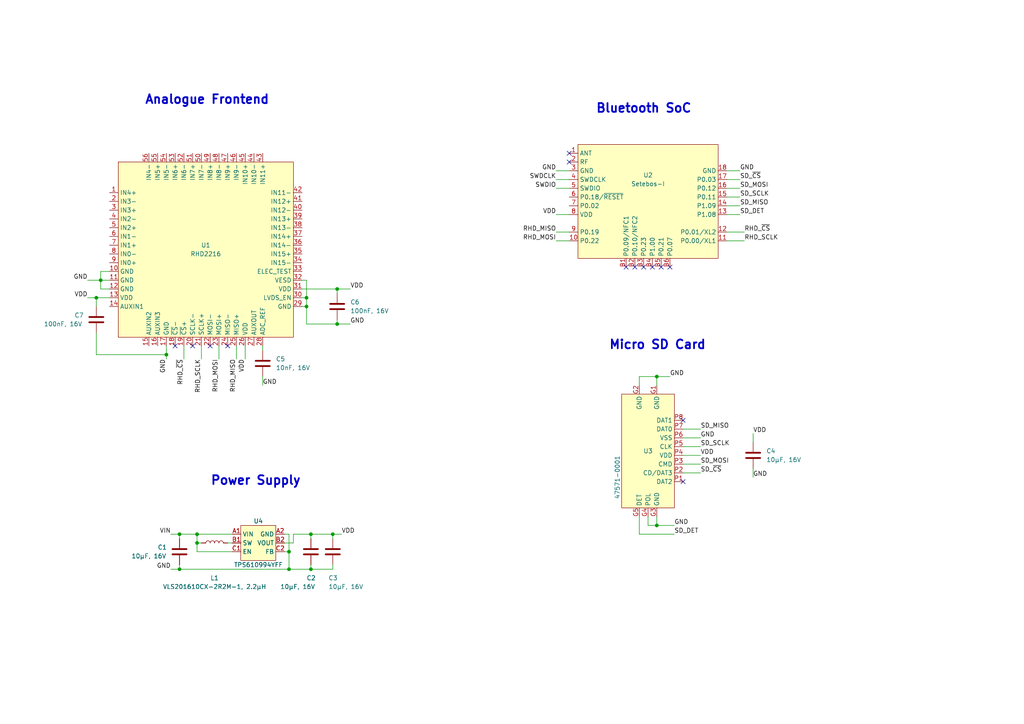
<source format=kicad_sch>
(kicad_sch (version 20230121) (generator eeschema)
  (paper "A4")
  (lib_symbols
    (symbol "Device:C" (pin_numbers hide) (pin_names (offset 0.254))
      (property "Reference" "C" (at 0.635 2.54 0))
      (property "Value" "C" (at 0.635 -2.54 0))
      (symbol "C_0_1"
        (polyline (pts (xy -2.032 -0.762) (xy 2.032 -0.762)) (stroke (width 0.508)))
        (polyline (pts (xy -2.032 0.762) (xy 2.032 0.762)) (stroke (width 0.508)))
      )
      (symbol "C_1_1"
        (pin passive line (at 0 3.81 270) (length 2.794) (name "~") (number "1"))
        (pin passive line (at 0 -3.81 90) (length 2.794) (name "~") (number "2"))
      )
    )
    (symbol "Device:L" (pin_numbers hide) (pin_names (offset 1.016) hide)
      (property "Reference" "L" (at -1.27 0 90))
      (property "Value" "L" (at 1.905 0 90))
      (symbol "L_0_1"
        (arc (start 0 -2.54) (mid 0.6323 -1.905) (end 0 -1.27))
        (arc (start 0 -1.27) (mid 0.6323 -0.635) (end 0 0))
        (arc (start 0 0) (mid 0.6323 0.635) (end 0 1.27))
        (arc (start 0 1.27) (mid 0.6323 1.905) (end 0 2.54))
      )
      (symbol "L_1_1"
        (pin passive line (at 0 3.81 270) (length 1.27) (name "1") (number "1"))
        (pin passive line (at 0 -3.81 90) (length 1.27) (name "2") (number "2"))
      )
    )
    (symbol "intan:RHD2216"
      (property "Reference" "U" (at 0 1.27 0))
      (property "Value" "RHD2216" (at 0 -1.27 0))
      (symbol "RHD2216_1_0"
        (pin power_in line (at -27.94 -6.35 0) (length 2.54) (name "GND") (number "10"))
        (pin power_in line (at -27.94 -8.89 0) (length 2.54) (name "GND") (number "11"))
        (pin power_in line (at -27.94 -11.43 0) (length 2.54) (name "GND") (number "12"))
        (pin power_in line (at -27.94 -13.97 0) (length 2.54) (name "VDD") (number "13"))
        (pin input line (at -27.94 -16.51 0) (length 2.54) (name "AUXIN1") (number "14"))
        (pin input line (at -16.51 -27.94 90) (length 2.54) (name "AUXIN2") (number "15"))
        (pin input line (at -13.97 -27.94 90) (length 2.54) (name "AUXIN3") (number "16"))
        (pin power_in line (at -11.43 -27.94 90) (length 2.54) (name "GND") (number "17"))
        (pin input line (at -8.89 -27.94 90) (length 2.54) (name "~{CS}-") (number "18"))
        (pin input line (at -6.35 -27.94 90) (length 2.54) (name "~{CS}+") (number "19"))
        (pin input line (at -3.81 -27.94 90) (length 2.54) (name "SCLK-") (number "20"))
        (pin input line (at -1.27 -27.94 90) (length 2.54) (name "SCLK+") (number "21"))
        (pin input line (at 1.27 -27.94 90) (length 2.54) (name "MOSI-") (number "22"))
        (pin input line (at 3.81 -27.94 90) (length 2.54) (name "MOSI+") (number "23"))
        (pin output line (at 6.35 -27.94 90) (length 2.54) (name "MISO-") (number "24"))
        (pin output line (at 8.89 -27.94 90) (length 2.54) (name "MISO+") (number "25"))
        (pin power_in line (at 11.43 -27.94 90) (length 2.54) (name "VDD") (number "26"))
        (pin output line (at 13.97 -27.94 90) (length 2.54) (name "AUXOUT") (number "27"))
        (pin input line (at 16.51 -27.94 90) (length 2.54) (name "ADC_REF") (number "28"))
        (pin power_in line (at 27.94 -16.51 180) (length 2.54) (name "GND") (number "29"))
        (pin input line (at -27.94 11.43 0) (length 2.54) (name "IN3+") (number "3"))
        (pin input line (at 27.94 -13.97 180) (length 2.54) (name "LVDS_EN") (number "30"))
        (pin power_in line (at 27.94 -11.43 180) (length 2.54) (name "VDD") (number "31"))
        (pin input line (at 27.94 -8.89 180) (length 2.54) (name "VESD") (number "32"))
        (pin input line (at 27.94 -6.35 180) (length 2.54) (name "ELEC_TEST") (number "33"))
        (pin input line (at 27.94 -3.81 180) (length 2.54) (name "IN15-") (number "34"))
        (pin input line (at 27.94 -1.27 180) (length 2.54) (name "IN15+") (number "35"))
        (pin input line (at 27.94 1.27 180) (length 2.54) (name "IN14-") (number "36"))
        (pin input line (at 27.94 3.81 180) (length 2.54) (name "IN14+") (number "37"))
        (pin input line (at 27.94 6.35 180) (length 2.54) (name "IN13-") (number "38"))
        (pin input line (at 27.94 8.89 180) (length 2.54) (name "IN13+") (number "39"))
        (pin input line (at -27.94 8.89 0) (length 2.54) (name "IN2-") (number "4"))
        (pin input line (at 27.94 11.43 180) (length 2.54) (name "IN12-") (number "40"))
        (pin input line (at 27.94 13.97 180) (length 2.54) (name "IN12+") (number "41"))
        (pin input line (at 27.94 16.51 180) (length 2.54) (name "IN11-") (number "42"))
        (pin input line (at 16.51 27.94 270) (length 2.54) (name "IN11+") (number "43"))
        (pin input line (at 13.97 27.94 270) (length 2.54) (name "IN10-") (number "44"))
        (pin input line (at 11.43 27.94 270) (length 2.54) (name "IN10+") (number "45"))
        (pin input line (at 8.89 27.94 270) (length 2.54) (name "IN9-") (number "46"))
        (pin input line (at 6.35 27.94 270) (length 2.54) (name "IN9+") (number "47"))
        (pin input line (at 3.81 27.94 270) (length 2.54) (name "IN8-") (number "48"))
        (pin input line (at 1.27 27.94 270) (length 2.54) (name "IN8+") (number "49"))
        (pin input line (at -27.94 6.35 0) (length 2.54) (name "IN2+") (number "5"))
        (pin input line (at -1.27 27.94 270) (length 2.54) (name "IN7-") (number "50"))
        (pin input line (at -3.81 27.94 270) (length 2.54) (name "IN7+") (number "51"))
        (pin input line (at -6.35 27.94 270) (length 2.54) (name "IN6-") (number "52"))
        (pin input line (at -8.89 27.94 270) (length 2.54) (name "IN6+") (number "53"))
        (pin input line (at -11.43 27.94 270) (length 2.54) (name "IN5-") (number "54"))
        (pin input line (at -13.97 27.94 270) (length 2.54) (name "IN5+") (number "55"))
        (pin input line (at -16.51 27.94 270) (length 2.54) (name "IN4-") (number "56"))
        (pin input line (at -27.94 3.81 0) (length 2.54) (name "IN1-") (number "6"))
        (pin input line (at -27.94 1.27 0) (length 2.54) (name "IN1+") (number "7"))
        (pin input line (at -27.94 -1.27 0) (length 2.54) (name "IN0-") (number "8"))
        (pin input line (at -27.94 -3.81 0) (length 2.54) (name "IN0+") (number "9"))
      )
      (symbol "RHD2216_1_1"
        (rectangle (start -25.4 25.4) (end 25.4 -25.4) (fill (type background)))
        (pin input line (at -27.94 16.51 0) (length 2.54) (name "IN4+") (number "1"))
        (pin input line (at -27.94 13.97 0) (length 2.54) (name "IN3-") (number "2"))
      )
    )
    (symbol "sd:475710001"
      (property "Reference" "U" (at -8.89 8.89 90))
      (property "Value" "47571-0001" (at -8.89 -7.62 90))
      (symbol "475710001_0_0"
        (pin unspecified line (at 2.54 19.05 270) (length 2.54) (name "GND") (number "G1"))
        (pin unspecified line (at -2.54 19.05 270) (length 2.54) (name "GND") (number "G2"))
        (pin unspecified line (at 2.54 -19.05 90) (length 2.54) (name "GND") (number "G3"))
        (pin unspecified line (at 0 -19.05 90) (length 2.54) (name "POL") (number "G4"))
        (pin unspecified line (at -2.54 -19.05 90) (length 2.54) (name "DET") (number "G5"))
        (pin unspecified line (at 10.16 -8.89 180) (length 2.54) (name "DAT2") (number "P1"))
        (pin unspecified line (at 10.16 -6.35 180) (length 2.54) (name "CD/DAT3") (number "P2"))
        (pin unspecified line (at 10.16 -3.81 180) (length 2.54) (name "CMD") (number "P3"))
        (pin unspecified line (at 10.16 -1.27 180) (length 2.54) (name "VDD") (number "P4"))
        (pin unspecified line (at 10.16 1.27 180) (length 2.54) (name "CLK") (number "P5"))
        (pin unspecified line (at 10.16 3.81 180) (length 2.54) (name "VSS") (number "P6"))
        (pin unspecified line (at 10.16 6.35 180) (length 2.54) (name "DAT0") (number "P7"))
        (pin unspecified line (at 10.16 8.89 180) (length 2.54) (name "DAT1") (number "P8"))
      )
      (symbol "475710001_1_1"
        (rectangle (start -7.62 16.51) (end 7.62 -16.51) (fill (type background)))
      )
    )
    (symbol "setebos:setebos"
      (property "Reference" "U" (at 0 5.08 0))
      (property "Value" "Setebos-I" (at 0 2.54 0))
      (symbol "setebos_1_0"
        (pin bidirectional line (at -22.86 -13.97 0) (length 2.54) (name "P0.22") (number "10"))
        (pin bidirectional line (at 22.86 -13.97 180) (length 2.54) (name "P0.00/XL1") (number "11"))
        (pin bidirectional line (at 22.86 -11.43 180) (length 2.54) (name "P0.01/XL2") (number "12"))
        (pin bidirectional line (at 22.86 -6.35 180) (length 2.54) (name "P1.08") (number "13"))
        (pin bidirectional line (at 22.86 -3.81 180) (length 2.54) (name "P1.09") (number "14"))
        (pin bidirectional line (at 22.86 -1.27 180) (length 2.54) (name "P0.11") (number "15"))
        (pin bidirectional line (at 22.86 1.27 180) (length 2.54) (name "P0.12") (number "16"))
        (pin bidirectional line (at 22.86 3.81 180) (length 2.54) (name "P0.03") (number "17"))
        (pin power_in line (at 22.86 6.35 180) (length 2.54) (name "GND") (number "18"))
        (pin output line (at -22.86 8.89 0) (length 2.54) (name "RF") (number "2"))
        (pin power_in line (at -22.86 6.35 0) (length 2.54) (name "GND") (number "3"))
        (pin input line (at -22.86 3.81 0) (length 2.54) (name "SWDCLK") (number "4"))
        (pin input line (at -22.86 1.27 0) (length 2.54) (name "SWDIO") (number "5"))
        (pin bidirectional line (at -22.86 -1.27 0) (length 2.54) (name "P0.18/~{RESET}") (number "6"))
        (pin bidirectional line (at -22.86 -3.81 0) (length 2.54) (name "P0.02") (number "7"))
        (pin power_in line (at -22.86 -6.35 0) (length 2.54) (name "VDD") (number "8"))
        (pin bidirectional line (at -22.86 -11.43 0) (length 2.54) (name "P0.19") (number "9"))
        (pin bidirectional line (at -6.35 -21.59 90) (length 2.54) (name "P0.09/NFC1") (number "B1"))
        (pin bidirectional line (at -3.81 -21.59 90) (length 2.54) (name "P0.10/NFC2") (number "B2"))
        (pin bidirectional line (at -1.27 -21.59 90) (length 2.54) (name "P0.23") (number "B3"))
        (pin bidirectional line (at 1.27 -21.59 90) (length 2.54) (name "P1.00") (number "B4"))
        (pin bidirectional line (at 3.81 -21.59 90) (length 2.54) (name "P0.21") (number "B5"))
        (pin bidirectional line (at 6.35 -21.59 90) (length 2.54) (name "P0.07") (number "B6"))
      )
      (symbol "setebos_1_1"
        (rectangle (start -20.32 13.97) (end 20.32 -19.05) (fill (type background)))
        (pin output line (at -22.86 11.43 0) (length 2.54) (name "ANT") (number "1"))
      )
    )
    (symbol "tps61099:TPS61099"
      (property "Reference" "U" (at 0 6.35 0))
      (property "Value" "TPS61099" (at 0 -6.35 0))
      (symbol "TPS61099_0_0"
        (pin unspecified line (at -7.62 2.54 0) (length 2.54) (name "VIN") (number "A1"))
        (pin unspecified line (at 7.62 2.54 180) (length 2.54) (name "GND") (number "A2"))
        (pin unspecified line (at -7.62 0 0) (length 2.54) (name "SW") (number "B1"))
        (pin unspecified line (at 7.62 0 180) (length 2.54) (name "VOUT") (number "B2"))
        (pin unspecified line (at -7.62 -2.54 0) (length 2.54) (name "EN") (number "C1"))
        (pin unspecified line (at 7.62 -2.54 180) (length 2.54) (name "FB") (number "C2"))
      )
      (symbol "TPS61099_1_1"
        (rectangle (start -5.08 5.08) (end 5.08 -5.08) (fill (type background)))
      )
    )
  )
  (junction (at 52.07 165.1))
  (junction (at 48.26 102.87))
  (junction (at 190.5 109.22))
  (junction (at 52.07 154.94))
  (junction (at 57.15 157.48))
  (junction (at 57.15 154.94))
  (junction (at 83.82 160.02))
  (junction (at 83.82 165.1))
  (junction (at 88.9 88.9))
  (junction (at 90.17 165.1))
  (junction (at 190.5 152.4))
  (junction (at 97.79 83.82))
  (junction (at 27.94 86.36))
  (junction (at 97.79 93.98))
  (junction (at 90.17 154.94))
  (junction (at 88.9 86.36))
  (junction (at 96.52 154.94))
  (junction (at 29.21 81.28))
  (no_connect (at 55.88 100.33))
  (no_connect (at 181.61 77.47))
  (no_connect (at 60.96 100.33))
  (no_connect (at 191.77 77.47))
  (no_connect (at 184.15 77.47))
  (no_connect (at 50.8 100.33))
  (no_connect (at 165.1 44.45))
  (no_connect (at 189.23 77.47))
  (no_connect (at 198.12 121.92))
  (no_connect (at 165.1 46.99))
  (no_connect (at 194.31 77.47))
  (no_connect (at 66.04 100.33))
  (no_connect (at 198.12 139.7))
  (no_connect (at 186.69 77.47))
  (wire (pts (xy 198.12 134.62) (xy 203.2 134.62)))
  (wire (pts (xy 27.94 96.52) (xy 27.94 102.87)))
  (wire (pts (xy 185.42 149.86) (xy 185.42 154.94)))
  (wire (pts (xy 68.58 100.33) (xy 68.58 104.14)))
  (wire (pts (xy 210.82 69.85) (xy 215.9 69.85)))
  (wire (pts (xy 31.75 78.74) (xy 29.21 78.74)))
  (wire (pts (xy 71.12 100.33) (xy 71.12 104.14)))
  (wire (pts (xy 52.07 165.1) (xy 83.82 165.1)))
  (wire (pts (xy 187.96 149.86) (xy 187.96 152.4)))
  (wire (pts (xy 218.44 125.73) (xy 218.44 128.27)))
  (wire (pts (xy 96.52 163.83) (xy 96.52 165.1)))
  (wire (pts (xy 25.4 81.28) (xy 29.21 81.28)))
  (wire (pts (xy 90.17 154.94) (xy 96.52 154.94)))
  (wire (pts (xy 76.2 100.33) (xy 76.2 101.6)))
  (wire (pts (xy 190.5 152.4) (xy 195.58 152.4)))
  (wire (pts (xy 190.5 109.22) (xy 190.5 111.76)))
  (wire (pts (xy 198.12 132.08) (xy 203.2 132.08)))
  (wire (pts (xy 97.79 83.82) (xy 101.6 83.82)))
  (wire (pts (xy 210.82 49.53) (xy 214.63 49.53)))
  (wire (pts (xy 96.52 154.94) (xy 96.52 156.21)))
  (wire (pts (xy 29.21 81.28) (xy 31.75 81.28)))
  (wire (pts (xy 48.26 102.87) (xy 48.26 104.14)))
  (wire (pts (xy 210.82 54.61) (xy 214.63 54.61)))
  (wire (pts (xy 185.42 111.76) (xy 185.42 109.22)))
  (wire (pts (xy 96.52 154.94) (xy 99.06 154.94)))
  (wire (pts (xy 87.63 83.82) (xy 97.79 83.82)))
  (wire (pts (xy 161.29 52.07) (xy 165.1 52.07)))
  (wire (pts (xy 96.52 165.1) (xy 90.17 165.1)))
  (wire (pts (xy 210.82 52.07) (xy 214.63 52.07)))
  (wire (pts (xy 185.42 109.22) (xy 190.5 109.22)))
  (wire (pts (xy 88.9 93.98) (xy 88.9 88.9)))
  (wire (pts (xy 90.17 154.94) (xy 90.17 156.21)))
  (wire (pts (xy 52.07 154.94) (xy 57.15 154.94)))
  (wire (pts (xy 161.29 67.31) (xy 165.1 67.31)))
  (wire (pts (xy 58.42 100.33) (xy 58.42 104.14)))
  (wire (pts (xy 198.12 137.16) (xy 203.2 137.16)))
  (wire (pts (xy 29.21 83.82) (xy 31.75 83.82)))
  (wire (pts (xy 161.29 62.23) (xy 165.1 62.23)))
  (wire (pts (xy 198.12 124.46) (xy 203.2 124.46)))
  (wire (pts (xy 87.63 81.28) (xy 88.9 81.28)))
  (wire (pts (xy 57.15 160.02) (xy 67.31 160.02)))
  (wire (pts (xy 49.53 154.94) (xy 52.07 154.94)))
  (wire (pts (xy 97.79 93.98) (xy 101.6 93.98)))
  (wire (pts (xy 82.55 160.02) (xy 83.82 160.02)))
  (wire (pts (xy 190.5 109.22) (xy 194.31 109.22)))
  (wire (pts (xy 57.15 157.48) (xy 57.15 160.02)))
  (wire (pts (xy 83.82 160.02) (xy 83.82 154.94)))
  (wire (pts (xy 88.9 86.36) (xy 88.9 88.9)))
  (wire (pts (xy 87.63 86.36) (xy 88.9 86.36)))
  (wire (pts (xy 83.82 160.02) (xy 83.82 165.1)))
  (wire (pts (xy 58.42 157.48) (xy 57.15 157.48)))
  (wire (pts (xy 85.09 157.48) (xy 82.55 157.48)))
  (wire (pts (xy 27.94 86.36) (xy 31.75 86.36)))
  (wire (pts (xy 85.09 154.94) (xy 85.09 157.48)))
  (wire (pts (xy 90.17 165.1) (xy 83.82 165.1)))
  (wire (pts (xy 210.82 62.23) (xy 214.63 62.23)))
  (wire (pts (xy 88.9 93.98) (xy 97.79 93.98)))
  (wire (pts (xy 57.15 157.48) (xy 57.15 154.94)))
  (wire (pts (xy 57.15 154.94) (xy 67.31 154.94)))
  (wire (pts (xy 198.12 129.54) (xy 203.2 129.54)))
  (wire (pts (xy 85.09 154.94) (xy 90.17 154.94)))
  (wire (pts (xy 198.12 127) (xy 203.2 127)))
  (wire (pts (xy 97.79 83.82) (xy 97.79 85.09)))
  (wire (pts (xy 161.29 54.61) (xy 165.1 54.61)))
  (wire (pts (xy 63.5 100.33) (xy 63.5 104.14)))
  (wire (pts (xy 53.34 100.33) (xy 53.34 104.14)))
  (wire (pts (xy 27.94 102.87) (xy 48.26 102.87)))
  (wire (pts (xy 218.44 135.89) (xy 218.44 138.43)))
  (wire (pts (xy 87.63 88.9) (xy 88.9 88.9)))
  (wire (pts (xy 185.42 154.94) (xy 195.58 154.94)))
  (wire (pts (xy 88.9 81.28) (xy 88.9 86.36)))
  (wire (pts (xy 161.29 49.53) (xy 165.1 49.53)))
  (wire (pts (xy 27.94 86.36) (xy 27.94 88.9)))
  (wire (pts (xy 97.79 92.71) (xy 97.79 93.98)))
  (wire (pts (xy 52.07 163.83) (xy 52.07 165.1)))
  (wire (pts (xy 49.53 165.1) (xy 52.07 165.1)))
  (wire (pts (xy 82.55 154.94) (xy 83.82 154.94)))
  (wire (pts (xy 190.5 149.86) (xy 190.5 152.4)))
  (wire (pts (xy 187.96 152.4) (xy 190.5 152.4)))
  (wire (pts (xy 76.2 109.22) (xy 76.2 111.76)))
  (wire (pts (xy 90.17 165.1) (xy 90.17 163.83)))
  (wire (pts (xy 48.26 100.33) (xy 48.26 102.87)))
  (wire (pts (xy 52.07 154.94) (xy 52.07 156.21)))
  (wire (pts (xy 29.21 81.28) (xy 29.21 83.82)))
  (wire (pts (xy 210.82 59.69) (xy 214.63 59.69)))
  (wire (pts (xy 29.21 78.74) (xy 29.21 81.28)))
  (wire (pts (xy 66.04 157.48) (xy 67.31 157.48)))
  (wire (pts (xy 25.4 86.36) (xy 27.94 86.36)))
  (wire (pts (xy 161.29 69.85) (xy 165.1 69.85)))
  (wire (pts (xy 210.82 67.31) (xy 215.9 67.31)))
  (wire (pts (xy 210.82 57.15) (xy 214.63 57.15)))
  (text "Power Supply" (at 60.96 140.97 0) (effects (font (size 2.54 2.54) (thickness 0.508) bold) (justify left bottom)))
  (text "Analogue Frontend" (at 41.91 30.48 0) (effects (font (size 2.54 2.54) (thickness 0.508) bold) (justify left bottom)))
  (text "Bluetooth SoC" (at 172.72 33.02 0) (effects (font (size 2.54 2.54) (thickness 0.508) bold) (justify left bottom)))
  (text "Micro SD Card" (at 176.53 101.6 0) (effects (font (size 2.54 2.54) (thickness 0.508) bold) (justify left bottom)))
  (label "SD_MISO" (at 203.2 124.46 0))
  (label "GND" (at 214.63 49.53 0))
  (label "SD_MOSI" (at 214.63 54.61 0))
  (label "VIN" (at 49.53 154.94 180))
  (label "GND" (at 49.53 165.1 180))
  (label "SD_SCLK" (at 214.63 57.15 0))
  (label "GND" (at 218.44 138.43 0))
  (label "GND" (at 195.58 152.4 0))
  (label "VDD" (at 99.06 154.94 0))
  (label "RHD_MOSI" (at 63.5 104.14 270))
  (label "GND" (at 203.2 127 0))
  (label "VDD" (at 203.2 132.08 0))
  (label "GND" (at 194.31 109.22 0))
  (label "VDD" (at 218.44 125.73 0))
  (label "SD_~{CS}" (at 203.2 137.16 0))
  (label "RHD_MOSI" (at 161.29 69.85 180))
  (label "SD_DET" (at 214.63 62.23 0))
  (label "RHD_~{CS}" (at 215.9 67.31 0))
  (label "RHD_MISO" (at 161.29 67.31 180))
  (label "SD_DET" (at 195.58 154.94 0))
  (label "GND" (at 76.2 111.76 0))
  (label "SD_SCLK" (at 203.2 129.54 0))
  (label "RHD_~{CS}" (at 53.34 104.14 270))
  (label "VDD" (at 101.6 83.82 0))
  (label "VDD" (at 161.29 62.23 180))
  (label "RHD_MISO" (at 68.58 104.14 270))
  (label "VDD" (at 25.4 86.36 180))
  (label "GND" (at 161.29 49.53 180))
  (label "GND" (at 48.26 104.14 270))
  (label "SWDIO" (at 161.29 54.61 180))
  (label "RHD_SCLK" (at 215.9 69.85 0))
  (label "SWDCLK" (at 161.29 52.07 180))
  (label "GND" (at 25.4 81.28 180))
  (label "VDD" (at 71.12 104.14 270))
  (label "SD_MISO" (at 214.63 59.69 0))
  (label "SD_MOSI" (at 203.2 134.62 0))
  (label "SD_~{CS}" (at 214.63 52.07 0))
  (label "RHD_SCLK" (at 58.42 104.14 270))
  (label "GND" (at 101.6 93.98 0))
  (symbol (lib_id "Device:C") (at 218.44 132.08 0) (unit 1)
    (property "Reference" "C4" (at 222.25 130.81 0) (effects (justify left)))
    (property "Value" "10µF, 16V" (at 222.25 133.35 0) (effects (justify left)))
    (property "Footprint" "Capacitor_SMD:C_0603_1608Metric" (effects hide))
  )
  (symbol (lib_id "Device:C") (at 90.17 160.02 0) (unit 1)
    (property "Reference" "C2" (at 88.9 167.64 0) (effects (justify left)))
    (property "Value" "10µF, 16V" (at 81.28 170.18 0) (effects (justify left)))
    (property "Footprint" "Capacitor_SMD:C_0603_1608Metric" (effects hide))
  )
  (symbol (lib_id "Device:C") (at 96.52 160.02 0) (unit 1)
    (property "Reference" "C3" (at 95.25 167.64 0) (effects (justify left)))
    (property "Value" "10µF, 16V" (at 95.25 170.18 0) (effects (justify left)))
    (property "Footprint" "Capacitor_SMD:C_0603_1608Metric" (effects hide))
  )
  (symbol (lib_id "Device:C") (at 52.07 160.02 0) (unit 1)
    (property "Reference" "C1" (at 45.72 158.75 0) (effects (justify left)))
    (property "Value" "10µF, 16V" (at 38.1 161.29 0) (effects (justify left)))
    (property "Footprint" "Capacitor_SMD:C_0603_1608Metric" (effects hide))
  )
  (symbol (lib_id "Device:C") (at 76.2 105.41 0) (unit 1)
    (property "Reference" "C5" (at 80.01 104.14 0) (effects (justify left)))
    (property "Value" "10nF, 16V" (at 80.01 106.68 0) (effects (justify left)))
    (property "Footprint" "Capacitor_SMD:C_0402_1005Metric" (effects hide))
  )
  (symbol (lib_id "Device:C") (at 27.94 92.71 0) (unit 1)
    (property "Reference" "C7" (at 21.59 91.44 0) (effects (justify left)))
    (property "Value" "100nF, 16V" (at 12.7 93.98 0) (effects (justify left)))
    (property "Footprint" "Capacitor_SMD:C_0402_1005Metric" (effects hide))
  )
  (symbol (lib_id "sd:475710001") (at 187.96 130.81 0) (unit 1)
    (property "Reference" "U3" (at 187.96 130.81 0))
    (property "Value" "47571-0001" (at 179.07 138.43 90))
    (property "Footprint" "sd:475710001" (effects hide))
    (property "Datasheet" "https://www.molex.com/content/dam/molex/molex-dot-com/products/automated/en-us/salesdrawingpdf/475/47571/475710001_sd.pdf" (effects hide))
  )
  (symbol (lib_id "tps61099:TPS61099") (at 74.93 157.48 0) (unit 1)
    (property "Reference" "U4" (at 74.93 151.13 0))
    (property "Value" "TPS610994YFF" (at 74.93 163.83 0))
    (property "Footprint" "Package_BGA:Texas_DSBGA-6_0.855x1.255mm_Layout2x3_P0.4mm_LevelC" (effects hide))
    (property "Datasheet" "https://www.ti.com/lit/ds/symlink/tps61099.pdf" (effects hide))
  )
  (symbol (lib_id "Device:L") (at 62.23 157.48 90) (unit 1)
    (property "Reference" "L1" (at 62.23 167.64 90))
    (property "Value" "VLS201610CX-2R2M-1, 2.2µH" (at 62.23 170.18 90))
    (property "Footprint" "Inductor_SMD:L_Murata_DFE201610P" (effects hide))
  )
  (symbol (lib_id "Device:C") (at 97.79 88.9 0) (unit 1)
    (property "Reference" "C6" (at 101.6 87.63 0) (effects (justify left)))
    (property "Value" "100nF, 16V" (at 101.6 90.17 0) (effects (justify left)))
    (property "Footprint" "Capacitor_SMD:C_0402_1005Metric" (effects hide))
  )
  (symbol (lib_id "setebos:setebos") (at 187.96 55.88 0) (unit 1)
    (property "Reference" "U2" (at 187.96 50.8 0))
    (property "Value" "Setebos-I" (at 187.96 53.34 0))
    (property "Footprint" "setebos:setebos" (effects hide))
    (property "Datasheet" "https://www.we-online.com/components/products/manual/2611011024020_Setebos-I%202611011024020%20Manual_rev1.5.pdf" (effects hide))
  )
  (symbol (lib_id "intan:RHD2216") (at 59.69 72.39 0) (unit 1)
    (property "Reference" "U1" (at 59.69 71.12 0))
    (property "Value" "RHD2216" (at 59.69 73.66 0))
    (property "Footprint" "intan:QFN-56-EP" (effects hide))
    (property "Datasheet" "https://www.intantech.com/files/Intan_RHD2000_series_datasheet.pdf" (effects hide))
  )
)
</source>
